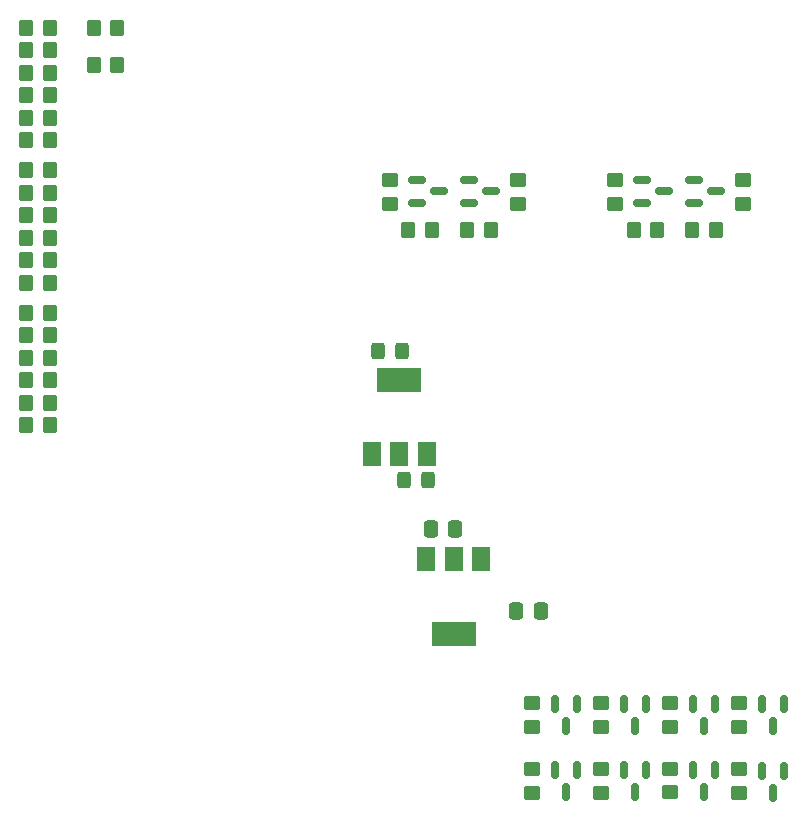
<source format=gbr>
%TF.GenerationSoftware,KiCad,Pcbnew,6.0.0-d3dd2cf0fa~116~ubuntu20.04.1*%
%TF.CreationDate,2022-03-13T21:12:49+01:00*%
%TF.ProjectId,arrow_deca_retro_cape,6172726f-775f-4646-9563-615f72657472,0.71*%
%TF.SameCoordinates,Original*%
%TF.FileFunction,Paste,Top*%
%TF.FilePolarity,Positive*%
%FSLAX46Y46*%
G04 Gerber Fmt 4.6, Leading zero omitted, Abs format (unit mm)*
G04 Created by KiCad (PCBNEW 6.0.0-d3dd2cf0fa~116~ubuntu20.04.1) date 2022-03-13 21:12:49*
%MOMM*%
%LPD*%
G01*
G04 APERTURE LIST*
G04 Aperture macros list*
%AMRoundRect*
0 Rectangle with rounded corners*
0 $1 Rounding radius*
0 $2 $3 $4 $5 $6 $7 $8 $9 X,Y pos of 4 corners*
0 Add a 4 corners polygon primitive as box body*
4,1,4,$2,$3,$4,$5,$6,$7,$8,$9,$2,$3,0*
0 Add four circle primitives for the rounded corners*
1,1,$1+$1,$2,$3*
1,1,$1+$1,$4,$5*
1,1,$1+$1,$6,$7*
1,1,$1+$1,$8,$9*
0 Add four rect primitives between the rounded corners*
20,1,$1+$1,$2,$3,$4,$5,0*
20,1,$1+$1,$4,$5,$6,$7,0*
20,1,$1+$1,$6,$7,$8,$9,0*
20,1,$1+$1,$8,$9,$2,$3,0*%
G04 Aperture macros list end*
%ADD10R,1.500000X2.000000*%
%ADD11R,3.800000X2.000000*%
%ADD12RoundRect,0.250000X0.325000X0.450000X-0.325000X0.450000X-0.325000X-0.450000X0.325000X-0.450000X0*%
%ADD13RoundRect,0.250000X0.350000X0.450000X-0.350000X0.450000X-0.350000X-0.450000X0.350000X-0.450000X0*%
%ADD14RoundRect,0.250000X-0.450000X0.350000X-0.450000X-0.350000X0.450000X-0.350000X0.450000X0.350000X0*%
%ADD15RoundRect,0.150000X-0.150000X0.587500X-0.150000X-0.587500X0.150000X-0.587500X0.150000X0.587500X0*%
%ADD16RoundRect,0.150000X-0.587500X-0.150000X0.587500X-0.150000X0.587500X0.150000X-0.587500X0.150000X0*%
%ADD17RoundRect,0.250000X-0.350000X-0.450000X0.350000X-0.450000X0.350000X0.450000X-0.350000X0.450000X0*%
%ADD18RoundRect,0.250000X-0.337500X-0.475000X0.337500X-0.475000X0.337500X0.475000X-0.337500X0.475000X0*%
G04 APERTURE END LIST*
D10*
%TO.C,U4*%
X126082331Y-80520000D03*
D11*
X128382331Y-74220000D03*
D10*
X128382331Y-80520000D03*
X130682331Y-80520000D03*
%TD*%
D12*
%TO.C,C18*%
X130818331Y-82729000D03*
X128768331Y-82729000D03*
%TD*%
%TO.C,C19*%
X128636331Y-71807000D03*
X126586331Y-71807000D03*
%TD*%
D13*
%TO.C,R29*%
X98790000Y-76200000D03*
X96790000Y-76200000D03*
%TD*%
%TO.C,R31*%
X98790000Y-56515000D03*
X96790000Y-56515000D03*
%TD*%
D14*
%TO.C,R13*%
X139573000Y-101632000D03*
X139573000Y-103632000D03*
%TD*%
D13*
%TO.C,R19*%
X98790000Y-44450000D03*
X96790000Y-44450000D03*
%TD*%
D14*
%TO.C,R5*%
X146670331Y-57345000D03*
X146670331Y-59345000D03*
%TD*%
D15*
%TO.C,D5*%
X155128000Y-101678500D03*
X153228000Y-101678500D03*
X154178000Y-103553500D03*
%TD*%
%TO.C,D11*%
X160970000Y-101678500D03*
X159070000Y-101678500D03*
X160020000Y-103553500D03*
%TD*%
D13*
%TO.C,R3*%
X136128000Y-61520000D03*
X134128000Y-61520000D03*
%TD*%
D15*
%TO.C,D8*%
X149286000Y-101678500D03*
X147386000Y-101678500D03*
X148336000Y-103553500D03*
%TD*%
D16*
%TO.C,D4*%
X148946231Y-57340400D03*
X148946231Y-59240400D03*
X150821231Y-58290400D03*
%TD*%
D13*
%TO.C,R35*%
X98790000Y-64135000D03*
X96790000Y-64135000D03*
%TD*%
D15*
%TO.C,D10*%
X160970000Y-107329000D03*
X159070000Y-107329000D03*
X160020000Y-109204000D03*
%TD*%
D14*
%TO.C,R12*%
X157099000Y-101615000D03*
X157099000Y-103615000D03*
%TD*%
%TO.C,R15*%
X157099000Y-107188000D03*
X157099000Y-109188000D03*
%TD*%
D13*
%TO.C,R30*%
X98790000Y-78105000D03*
X96790000Y-78105000D03*
%TD*%
D16*
%TO.C,D3*%
X153346231Y-57340400D03*
X153346231Y-59240400D03*
X155221231Y-58290400D03*
%TD*%
D14*
%TO.C,R16*%
X139573000Y-107204000D03*
X139573000Y-109204000D03*
%TD*%
D13*
%TO.C,R18*%
X104505000Y-47625000D03*
X102505000Y-47625000D03*
%TD*%
%TO.C,R32*%
X98790000Y-58420000D03*
X96790000Y-58420000D03*
%TD*%
D10*
%TO.C,U5*%
X135267331Y-89434200D03*
D11*
X132967331Y-95734200D03*
D10*
X132967331Y-89434200D03*
X130667331Y-89434200D03*
%TD*%
D13*
%TO.C,R27*%
X98790000Y-72390000D03*
X96790000Y-72390000D03*
%TD*%
%TO.C,R23*%
X98790000Y-52070000D03*
X96790000Y-52070000D03*
%TD*%
D17*
%TO.C,R4*%
X129125331Y-61520000D03*
X131125331Y-61520000D03*
%TD*%
D14*
%TO.C,R10*%
X145415000Y-107188000D03*
X145415000Y-109188000D03*
%TD*%
%TO.C,R14*%
X145415000Y-101617000D03*
X145415000Y-103617000D03*
%TD*%
D15*
%TO.C,D7*%
X149286000Y-107250500D03*
X147386000Y-107250500D03*
X148336000Y-109125500D03*
%TD*%
D14*
%TO.C,R9*%
X151257000Y-101616000D03*
X151257000Y-103616000D03*
%TD*%
D13*
%TO.C,R26*%
X98790000Y-70485000D03*
X96790000Y-70485000D03*
%TD*%
%TO.C,R33*%
X98790000Y-60325000D03*
X96790000Y-60325000D03*
%TD*%
%TO.C,R22*%
X98790000Y-50165000D03*
X96790000Y-50165000D03*
%TD*%
D17*
%TO.C,R8*%
X148210331Y-61520000D03*
X150210331Y-61520000D03*
%TD*%
D16*
%TO.C,D2*%
X129861231Y-57340400D03*
X129861231Y-59240400D03*
X131736231Y-58290400D03*
%TD*%
D13*
%TO.C,R20*%
X98790000Y-46355000D03*
X96790000Y-46355000D03*
%TD*%
D15*
%TO.C,D12*%
X143444000Y-107250500D03*
X141544000Y-107250500D03*
X142494000Y-109125500D03*
%TD*%
D13*
%TO.C,R7*%
X155178000Y-61520000D03*
X153178000Y-61520000D03*
%TD*%
%TO.C,R24*%
X98790000Y-53975000D03*
X96790000Y-53975000D03*
%TD*%
D14*
%TO.C,R2*%
X138380331Y-57345000D03*
X138380331Y-59345000D03*
%TD*%
D18*
%TO.C,C21*%
X138281500Y-93853000D03*
X140356500Y-93853000D03*
%TD*%
D13*
%TO.C,R21*%
X98790000Y-48260000D03*
X96790000Y-48260000D03*
%TD*%
%TO.C,R28*%
X98790000Y-74295000D03*
X96790000Y-74295000D03*
%TD*%
D14*
%TO.C,R1*%
X127585331Y-57345000D03*
X127585331Y-59345000D03*
%TD*%
D15*
%TO.C,D9*%
X155128000Y-107250500D03*
X153228000Y-107250500D03*
X154178000Y-109125500D03*
%TD*%
D16*
%TO.C,D1*%
X134261231Y-57340400D03*
X134261231Y-59240400D03*
X136136231Y-58290400D03*
%TD*%
D13*
%TO.C,R17*%
X104505000Y-44450000D03*
X102505000Y-44450000D03*
%TD*%
D18*
%TO.C,C20*%
X131040831Y-86869200D03*
X133115831Y-86869200D03*
%TD*%
D14*
%TO.C,R6*%
X157465331Y-57345000D03*
X157465331Y-59345000D03*
%TD*%
D13*
%TO.C,R25*%
X98790000Y-68580000D03*
X96790000Y-68580000D03*
%TD*%
D15*
%TO.C,D6*%
X143444000Y-101678500D03*
X141544000Y-101678500D03*
X142494000Y-103553500D03*
%TD*%
D14*
%TO.C,R11*%
X151257000Y-107172000D03*
X151257000Y-109172000D03*
%TD*%
D13*
%TO.C,R36*%
X98790000Y-66040000D03*
X96790000Y-66040000D03*
%TD*%
%TO.C,R34*%
X98790000Y-62230000D03*
X96790000Y-62230000D03*
%TD*%
M02*

</source>
